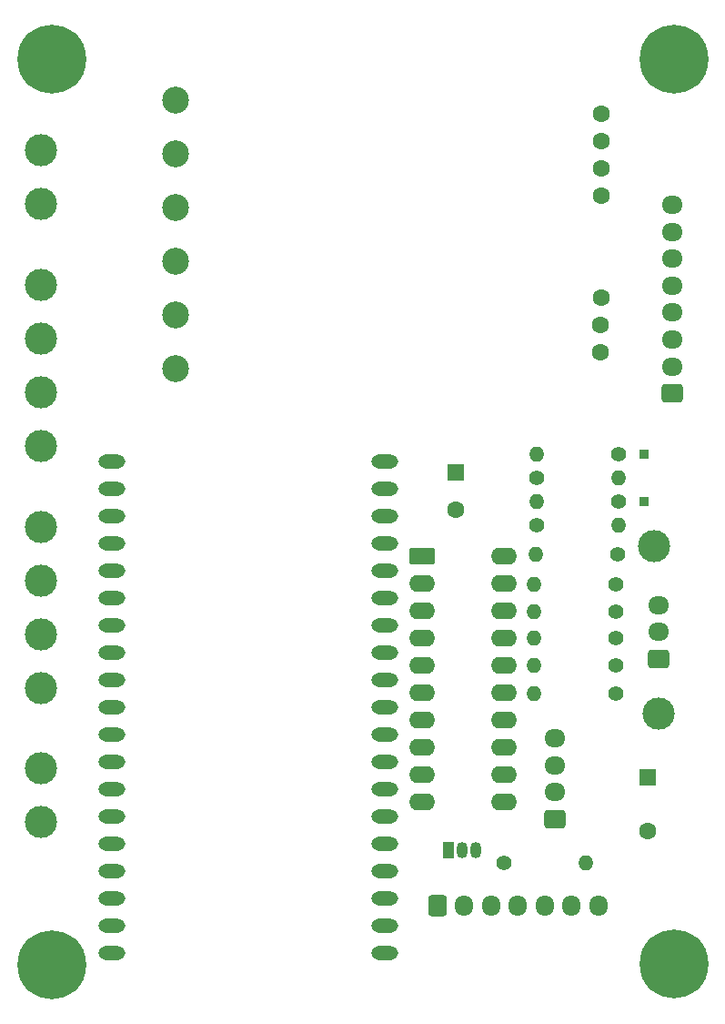
<source format=gbr>
G04 #@! TF.GenerationSoftware,KiCad,Pcbnew,9.0.1*
G04 #@! TF.CreationDate,2025-05-11T23:34:49+02:00*
G04 #@! TF.ProjectId,Labor Netzteil,4c61626f-7220-44e6-9574-7a7465696c2e,rev?*
G04 #@! TF.SameCoordinates,Original*
G04 #@! TF.FileFunction,Soldermask,Bot*
G04 #@! TF.FilePolarity,Negative*
%FSLAX46Y46*%
G04 Gerber Fmt 4.6, Leading zero omitted, Abs format (unit mm)*
G04 Created by KiCad (PCBNEW 9.0.1) date 2025-05-11 23:34:49*
%MOMM*%
%LPD*%
G01*
G04 APERTURE LIST*
G04 Aperture macros list*
%AMRoundRect*
0 Rectangle with rounded corners*
0 $1 Rounding radius*
0 $2 $3 $4 $5 $6 $7 $8 $9 X,Y pos of 4 corners*
0 Add a 4 corners polygon primitive as box body*
4,1,4,$2,$3,$4,$5,$6,$7,$8,$9,$2,$3,0*
0 Add four circle primitives for the rounded corners*
1,1,$1+$1,$2,$3*
1,1,$1+$1,$4,$5*
1,1,$1+$1,$6,$7*
1,1,$1+$1,$8,$9*
0 Add four rect primitives between the rounded corners*
20,1,$1+$1,$2,$3,$4,$5,0*
20,1,$1+$1,$4,$5,$6,$7,0*
20,1,$1+$1,$6,$7,$8,$9,0*
20,1,$1+$1,$8,$9,$2,$3,0*%
G04 Aperture macros list end*
%ADD10C,3.000000*%
%ADD11RoundRect,0.250000X0.725000X-0.600000X0.725000X0.600000X-0.725000X0.600000X-0.725000X-0.600000X0*%
%ADD12O,1.950000X1.700000*%
%ADD13C,2.500000*%
%ADD14C,1.600000*%
%ADD15C,1.400000*%
%ADD16O,1.400000X1.400000*%
%ADD17R,1.050000X1.500000*%
%ADD18O,1.050000X1.500000*%
%ADD19R,0.850000X0.850000*%
%ADD20R,1.600000X1.600000*%
%ADD21C,0.800000*%
%ADD22C,6.400000*%
%ADD23RoundRect,0.250000X-0.600000X-0.725000X0.600000X-0.725000X0.600000X0.725000X-0.600000X0.725000X0*%
%ADD24O,1.700000X1.950000*%
%ADD25O,2.500000X1.300000*%
%ADD26RoundRect,0.250000X-0.950000X-0.550000X0.950000X-0.550000X0.950000X0.550000X-0.950000X0.550000X0*%
%ADD27O,2.400000X1.600000*%
G04 APERTURE END LIST*
D10*
X102000000Y-48500000D03*
X102000000Y-53500000D03*
X102000000Y-61000000D03*
X102000000Y-83500000D03*
X102000000Y-88500000D03*
X102000000Y-93500000D03*
X102000000Y-98500000D03*
X102000000Y-106000000D03*
D11*
X159475000Y-95800000D03*
D12*
X159475000Y-93300000D03*
X159475000Y-90800000D03*
D13*
X114500000Y-43800000D03*
X114500000Y-48800000D03*
X114500000Y-53800000D03*
X114500000Y-58800000D03*
X114500000Y-63800000D03*
X114500000Y-68800000D03*
D14*
X154100000Y-67276000D03*
X154100000Y-64736000D03*
X154144000Y-62196000D03*
X154144000Y-52744000D03*
X154144000Y-50204000D03*
X154144000Y-47664000D03*
X154144000Y-45124000D03*
D10*
X102000000Y-76000000D03*
X102000000Y-71000000D03*
D15*
X145080000Y-114800000D03*
D16*
X152700000Y-114800000D03*
D17*
X139960000Y-113600000D03*
D18*
X141230000Y-113600000D03*
X142500000Y-113600000D03*
D15*
X155800000Y-76800000D03*
D16*
X148180000Y-76800000D03*
D15*
X148180000Y-79000000D03*
D16*
X155800000Y-79000000D03*
D15*
X155800000Y-81200000D03*
D16*
X148180000Y-81200000D03*
D15*
X148180000Y-83400000D03*
D16*
X155800000Y-83400000D03*
D19*
X158100000Y-76800000D03*
X158100000Y-81200000D03*
D10*
X102000000Y-111000000D03*
X102000000Y-66000000D03*
D15*
X155720000Y-86100000D03*
D16*
X148100000Y-86100000D03*
D20*
X140600000Y-78447300D03*
D14*
X140600000Y-81947300D03*
D15*
X155520000Y-96400000D03*
D16*
X147900000Y-96400000D03*
D10*
X159100000Y-85300000D03*
X159500000Y-100900000D03*
D15*
X155520000Y-91400000D03*
D16*
X147900000Y-91400000D03*
D15*
X155520000Y-93900000D03*
D16*
X147900000Y-93900000D03*
D11*
X149800000Y-110700000D03*
D12*
X149800000Y-108200000D03*
X149800000Y-105700000D03*
X149800000Y-103200000D03*
D15*
X155520000Y-88900000D03*
D16*
X147900000Y-88900000D03*
D21*
X100600000Y-124300000D03*
X101302944Y-122602944D03*
X101302944Y-125997056D03*
X103000000Y-121900000D03*
D22*
X103000000Y-124300000D03*
D21*
X103000000Y-126700000D03*
X104697056Y-122602944D03*
X104697056Y-125997056D03*
X105400000Y-124300000D03*
D23*
X138900000Y-118800000D03*
D24*
X141400000Y-118800000D03*
X143900000Y-118800000D03*
X146400000Y-118800000D03*
X148900000Y-118800000D03*
X151400000Y-118800000D03*
X153900000Y-118800000D03*
D20*
X158500000Y-106797300D03*
D14*
X158500000Y-111797300D03*
D25*
X134000000Y-123200000D03*
X134000000Y-120660000D03*
X134000000Y-118120000D03*
X134000000Y-115580000D03*
X134000000Y-113040000D03*
X134000000Y-110500000D03*
X134000000Y-107960000D03*
X134000000Y-105420000D03*
X134000000Y-102880000D03*
X134000000Y-100340000D03*
X134000000Y-97800000D03*
X134000000Y-95260000D03*
X134000000Y-92720000D03*
X134000000Y-90180000D03*
X134000000Y-87640000D03*
X134000000Y-85100000D03*
X134000000Y-82560000D03*
X134000000Y-80020000D03*
X134000000Y-77480000D03*
X108600000Y-77480000D03*
X108600000Y-80020000D03*
X108600000Y-82560000D03*
X108600000Y-85100000D03*
X108600000Y-87640000D03*
X108600000Y-90180000D03*
X108600000Y-92720000D03*
X108600000Y-95260000D03*
X108600000Y-97800000D03*
X108600000Y-100340000D03*
X108600000Y-102880000D03*
X108600000Y-105420000D03*
X108600000Y-107960000D03*
X108600000Y-110500000D03*
X108600000Y-113040000D03*
X108600000Y-115580000D03*
X108600000Y-118120000D03*
X108600000Y-120660000D03*
X108600000Y-123200000D03*
D21*
X158500000Y-124200000D03*
X159202944Y-122502944D03*
X159202944Y-125897056D03*
X160900000Y-121800000D03*
D22*
X160900000Y-124200000D03*
D21*
X160900000Y-126600000D03*
X162597056Y-122502944D03*
X162597056Y-125897056D03*
X163300000Y-124200000D03*
D11*
X160800000Y-71100000D03*
D12*
X160800000Y-68600000D03*
X160800000Y-66100000D03*
X160800000Y-63600000D03*
X160800000Y-61100000D03*
X160800000Y-58600000D03*
X160800000Y-56100000D03*
X160800000Y-53600000D03*
D26*
X137480000Y-86240000D03*
D27*
X137480000Y-88780000D03*
X137480000Y-91320000D03*
X137480000Y-93860000D03*
X137480000Y-96400000D03*
X137480000Y-98940000D03*
X137480000Y-101480000D03*
X137480000Y-104020000D03*
X137480000Y-106560000D03*
X137480000Y-109100000D03*
X145100000Y-109100000D03*
X145100000Y-106560000D03*
X145100000Y-104020000D03*
X145100000Y-101480000D03*
X145100000Y-98940000D03*
X145100000Y-96400000D03*
X145100000Y-93860000D03*
X145100000Y-91320000D03*
X145100000Y-88780000D03*
X145100000Y-86240000D03*
D21*
X100600000Y-40000000D03*
X101302944Y-38302944D03*
X101302944Y-41697056D03*
X103000000Y-37600000D03*
D22*
X103000000Y-40000000D03*
D21*
X103000000Y-42400000D03*
X104697056Y-38302944D03*
X104697056Y-41697056D03*
X105400000Y-40000000D03*
X158500000Y-40000000D03*
X159202944Y-38302944D03*
X159202944Y-41697056D03*
X160900000Y-37600000D03*
D22*
X160900000Y-40000000D03*
D21*
X160900000Y-42400000D03*
X162597056Y-38302944D03*
X162597056Y-41697056D03*
X163300000Y-40000000D03*
D15*
X155520000Y-99000000D03*
D16*
X147900000Y-99000000D03*
M02*

</source>
